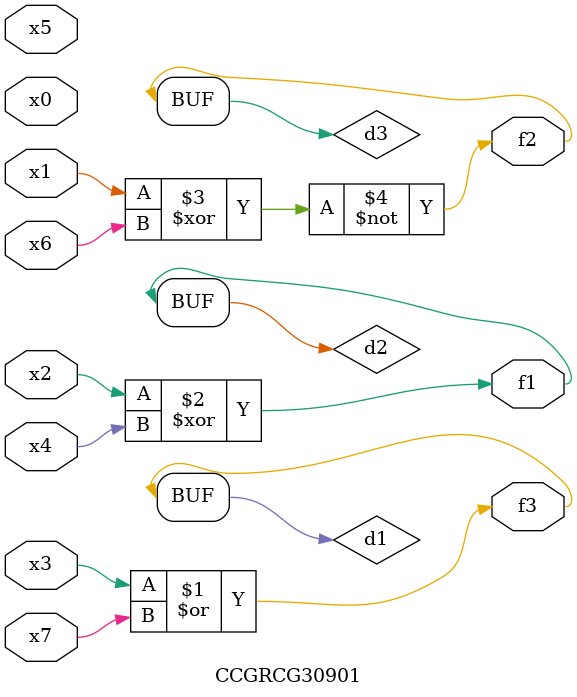
<source format=v>
module CCGRCG30901(
	input x0, x1, x2, x3, x4, x5, x6, x7,
	output f1, f2, f3
);

	wire d1, d2, d3;

	or (d1, x3, x7);
	xor (d2, x2, x4);
	xnor (d3, x1, x6);
	assign f1 = d2;
	assign f2 = d3;
	assign f3 = d1;
endmodule

</source>
